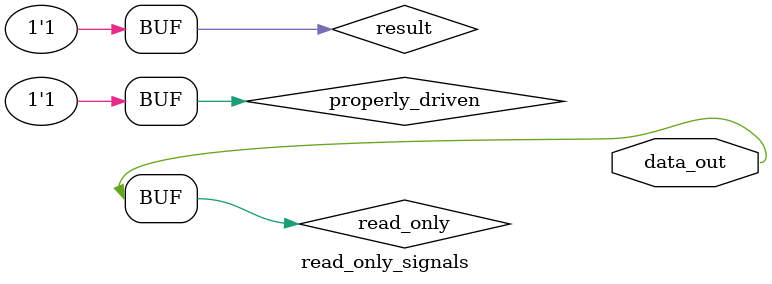
<source format=sv>
module read_only_signals (
  output logic data_out
);
  
  // WARNING: read_only is read but never written (undriven)
  logic read_only;  // No driver!
  assign data_out = read_only;  // Reading undriven signal
  
  // WARNING: undriven_signal has no driver
  logic undriven_signal;
  logic consumer;
  assign consumer = undriven_signal;  // Reads undefined value
  
  // OK: properly_driven has both driver and reader
  logic properly_driven;
  assign properly_driven = 1'b1;  // Driver
  logic result;
  assign result = properly_driven;  // Reader
  
endmodule


</source>
